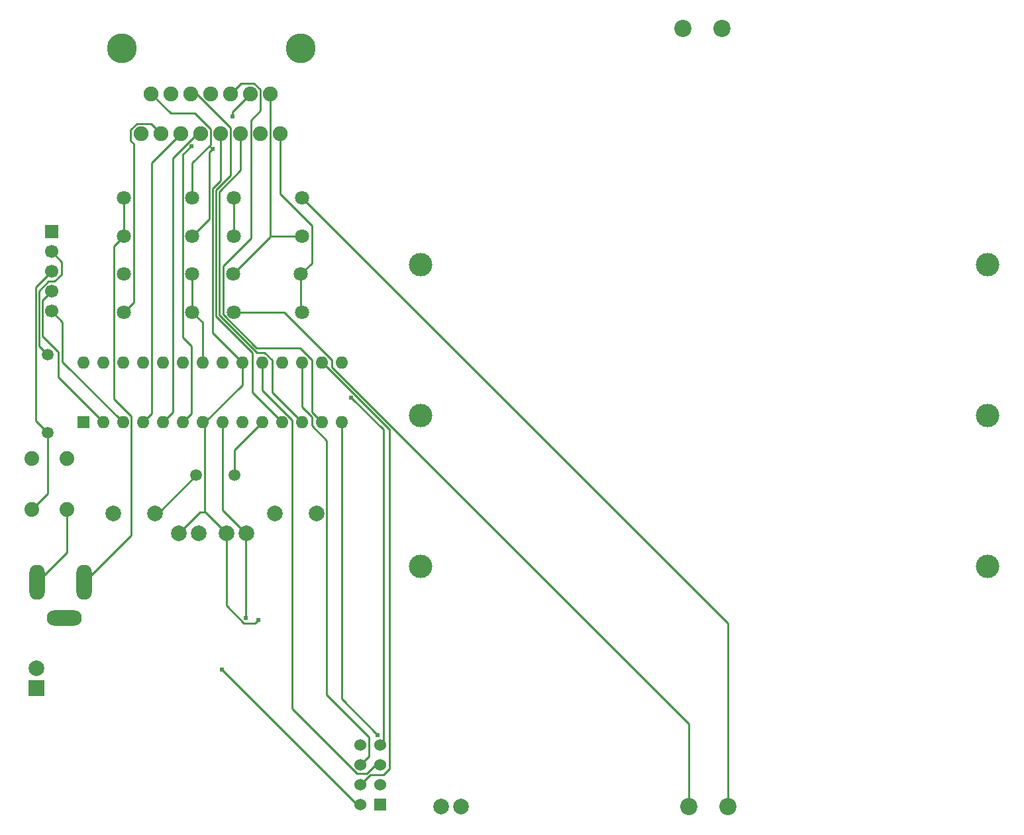
<source format=gbl>
G04 Layer: BottomLayer*
G04 EasyEDA v6.5.23, 2023-06-02 23:10:04*
G04 4089ee163aa04224b388df8e3d9972f5,38d8b063065d407b859bfb9f5f9b4720,10*
G04 Gerber Generator version 0.2*
G04 Scale: 100 percent, Rotated: No, Reflected: No *
G04 Dimensions in millimeters *
G04 leading zeros omitted , absolute positions ,4 integer and 5 decimal *
%FSLAX45Y45*%
%MOMM*%

%ADD10C,0.2540*%
%ADD11C,3.0000*%
%ADD12C,2.0000*%
%ADD13R,2.0000X2.0000*%
%ADD14O,4.499991X1.9999959999999999*%
%ADD15O,1.9999959999999999X4.499991*%
%ADD16C,1.8999*%
%ADD17C,3.8100*%
%ADD18C,1.8000*%
%ADD19C,2.2000*%
%ADD20C,1.5000*%
%ADD21O,1.5999968X1.5999968*%
%ADD22R,1.6000X1.6000*%
%ADD23R,1.5240X1.5240*%
%ADD24C,1.5240*%
%ADD25C,1.8796*%
%ADD26R,1.7000X1.7000*%
%ADD27C,1.7000*%
%ADD28C,0.6100*%
%ADD29C,0.0118*%

%LPD*%
D10*
X1130317Y-12585700D02*
G01*
X1090007Y-12585700D01*
X-637141Y-10858550D01*
X-1143007Y-7693913D02*
G01*
X-1033203Y-7584109D01*
X-1033203Y-6719951D01*
X-1141661Y-6611493D01*
X-1141661Y-4267301D01*
X-1033457Y-4159097D01*
X-275318Y-3489960D02*
G01*
X-504324Y-3718966D01*
X-504324Y-3778605D01*
X-755505Y-4195165D02*
G01*
X-800641Y-4240301D01*
X-800641Y-5091277D01*
X-1019131Y-5309768D01*
X1384317Y-11823700D02*
G01*
X1423332Y-11784685D01*
X1423332Y-7788960D01*
X1009566Y-7375194D01*
X-2618722Y-8808720D02*
G01*
X-2618722Y-9358147D01*
X-3005081Y-9744506D01*
X-336049Y-9118600D02*
G01*
X-336049Y-10201376D01*
X-635007Y-7693913D02*
G01*
X-635007Y-8819642D01*
X-336049Y-9118600D01*
X-336049Y-9118600D02*
G01*
X-330182Y-9118600D01*
X105681Y-3997960D02*
G01*
X105681Y-4772913D01*
X512386Y-5179618D01*
X512386Y-5657291D01*
X371518Y-5798159D01*
X-1019131Y-6286500D02*
G01*
X-1019131Y-5798159D01*
X-889007Y-6931913D02*
G01*
X-889007Y-6416624D01*
X-1019131Y-6286500D01*
X384218Y-6286500D02*
G01*
X371518Y-6273800D01*
X371518Y-5798159D01*
X1353278Y-11699544D02*
G01*
X888992Y-11235258D01*
X888992Y-7693913D01*
X-584182Y-9118600D02*
G01*
X-584182Y-10037673D01*
X-359036Y-10262819D01*
X-213570Y-10262819D01*
X-173134Y-10222382D01*
X-857841Y-8847353D02*
G01*
X-855428Y-8847353D01*
X-584182Y-9118600D01*
X-381007Y-6931913D02*
G01*
X-759747Y-6553174D01*
X-759747Y-4703343D01*
X-656318Y-4599914D01*
X-656318Y-3997960D01*
X-381007Y-6931913D02*
G01*
X-381007Y-7217079D01*
X-857841Y-7693913D01*
X-1193782Y-9118600D02*
G01*
X-922535Y-8847353D01*
X-857841Y-8847353D01*
X-857841Y-7693913D02*
G01*
X-857841Y-8847353D01*
X-857841Y-7693913D02*
G01*
X-889007Y-7693913D01*
X-2819407Y-5511800D02*
G01*
X-2691925Y-5639282D01*
X-2691925Y-5803620D01*
X-2781104Y-5892800D01*
X-2854586Y-5892800D01*
X-2979453Y-6017666D01*
X-2979453Y-6718630D01*
X-2870182Y-6827901D01*
X-1905007Y-7693913D02*
G01*
X-2678005Y-6920915D01*
X-2678005Y-6415201D01*
X-2819407Y-6273800D01*
X-2159007Y-7693913D02*
G01*
X-2733352Y-7119569D01*
X-2733352Y-6793661D01*
X-2934291Y-6592722D01*
X-2934291Y-6134684D01*
X-2819407Y-6019800D01*
X-1889132Y-5309768D02*
G01*
X-2016437Y-5437073D01*
X-2016437Y-7396734D01*
X-1796879Y-7616291D01*
X-1796879Y-9136303D01*
X-2405082Y-9744506D01*
X-1889132Y-4821428D02*
G01*
X-1889132Y-5309768D01*
X-485782Y-5309768D02*
G01*
X-485782Y-4821428D01*
X126992Y-7693913D02*
G01*
X-253956Y-7312964D01*
X-253956Y-6804126D01*
X-718878Y-6339205D01*
X-718878Y-4720285D01*
X-529318Y-4530725D01*
X-529318Y-3926205D01*
X-965563Y-3489960D01*
X-1037318Y-3489960D01*
X-21318Y-5309768D02*
G01*
X-21318Y-3489960D01*
X-498482Y-5798159D02*
G01*
X-21318Y-5320995D01*
X-21318Y-5309768D01*
X-21318Y-5309768D02*
G01*
X384218Y-5309768D01*
X-1889132Y-6286500D02*
G01*
X-1764850Y-6162217D01*
X-1764850Y-4131513D01*
X-1805185Y-4091178D01*
X-1805185Y-3952392D01*
X-1724947Y-3872153D01*
X-1544124Y-3872153D01*
X-1418318Y-3997960D01*
X5825279Y-12611100D02*
G01*
X5825279Y-10262488D01*
X384218Y-4821428D01*
X-1651007Y-7693913D02*
G01*
X-1539857Y-7582763D01*
X-1539857Y-4373498D01*
X-1164318Y-3997960D01*
X-910318Y-3997960D02*
G01*
X-955225Y-3997960D01*
X-1270312Y-4313047D01*
X-1270312Y-7567218D01*
X-1397007Y-7693913D01*
X380992Y-7693913D02*
G01*
X43Y-7312964D01*
X43Y-6899910D01*
X-97696Y-6802170D01*
X-194952Y-6802170D01*
X-678009Y-6319113D01*
X-678009Y-4746320D01*
X-402318Y-4470628D01*
X-402318Y-3997960D01*
X-479712Y-8369300D02*
G01*
X-479712Y-8046618D01*
X-127007Y-7693913D01*
X-3070842Y-8808720D02*
G01*
X-2870182Y-8608060D01*
X-2870182Y-7827898D01*
X-2819407Y-5765800D02*
G01*
X-3020321Y-5966713D01*
X-3020321Y-7677759D01*
X-2870182Y-7827898D01*
X1130317Y-12331700D02*
G01*
X1257317Y-12204700D01*
X1425059Y-12204700D01*
X1499481Y-12130278D01*
X1499481Y-7782179D01*
X649216Y-6931913D01*
X634992Y-6931913D01*
X1130317Y-12077700D02*
G01*
X1236896Y-11971121D01*
X1236896Y-11721541D01*
X699660Y-11184305D01*
X699660Y-7926831D01*
X508043Y-7735214D01*
X508043Y-7625943D01*
X380992Y-7498892D01*
X380992Y-6931913D01*
X1384317Y-12077700D02*
G01*
X1326481Y-12077700D01*
X1215356Y-12188825D01*
X1087061Y-12188825D01*
X253992Y-11355755D01*
X253992Y-7667472D01*
X-127007Y-7286472D01*
X-127007Y-6931913D01*
X-1498582Y-8858250D02*
G01*
X-1456646Y-8858250D01*
X-967696Y-8369300D01*
X634992Y-7693913D02*
G01*
X510532Y-7569454D01*
X510532Y-6894601D01*
X356836Y-6740905D01*
X-198381Y-6740905D01*
X-626498Y-6312788D01*
X-626498Y-5696737D01*
X-271432Y-5341670D01*
X-271432Y-3828414D01*
X-148318Y-3705301D01*
X-148318Y-3436137D01*
X-230106Y-3354349D01*
X-393707Y-3354349D01*
X-529318Y-3489960D01*
X5325280Y-12611100D02*
G01*
X5325280Y-11550167D01*
X762043Y-6986930D01*
X762043Y-6894576D01*
X153967Y-6286500D01*
X-485782Y-6286500D01*
X-1545318Y-3489960D02*
G01*
X-1295458Y-3739819D01*
X-988855Y-3739819D01*
X-787204Y-3941470D01*
X-787204Y-4143959D01*
X-1019131Y-4375886D01*
X-1019131Y-4821428D01*
D11*
G01*
X9149496Y-9537296D03*
G01*
X9149496Y-7607302D03*
G01*
X9149496Y-5677308D03*
G01*
X1899523Y-5677308D03*
G01*
X1899523Y-7607302D03*
G01*
X1899523Y-9537296D03*
D12*
G01*
X-584189Y-9118602D03*
G01*
X-330189Y-9118602D03*
G01*
X-1193789Y-9118602D03*
G01*
X-939789Y-9118602D03*
D13*
G01*
X-3009889Y-11099675D03*
D12*
G01*
X-3009889Y-10845675D03*
G01*
X2161524Y-12611102D03*
G01*
X2415524Y-12611102D03*
D14*
G01*
X-2655102Y-10194495D03*
D15*
G01*
X-3005089Y-9744509D03*
G01*
X-2405090Y-9744509D03*
D16*
G01*
X-1545325Y-3489962D03*
G01*
X-1291325Y-3489962D03*
G01*
X-1037325Y-3489962D03*
G01*
X-783325Y-3489962D03*
G01*
X-529325Y-3489962D03*
G01*
X-275325Y-3489962D03*
G01*
X-21325Y-3489962D03*
G01*
X-1672325Y-3997962D03*
G01*
X-1418325Y-3997962D03*
G01*
X-1164325Y-3997962D03*
G01*
X-910325Y-3997962D03*
G01*
X-656325Y-3997962D03*
G01*
X-402325Y-3997962D03*
G01*
X-148325Y-3997962D03*
G01*
X105674Y-3997962D03*
D17*
G01*
X-1921245Y-2908302D03*
G01*
X364754Y-2908302D03*
D18*
G01*
X-1889140Y-4821430D03*
G01*
X-1019139Y-4821430D03*
G01*
X-485790Y-4821430D03*
G01*
X384210Y-4821430D03*
G01*
X-485790Y-5309770D03*
G01*
X384210Y-5309770D03*
G01*
X-1889140Y-5309770D03*
G01*
X-1019139Y-5309770D03*
G01*
X-1889140Y-5798162D03*
G01*
X-1019139Y-5798162D03*
G01*
X-498490Y-5798162D03*
G01*
X371510Y-5798162D03*
G01*
X-1889140Y-6286502D03*
G01*
X-1019139Y-6286502D03*
G01*
X-485790Y-6286502D03*
G01*
X384210Y-6286502D03*
D19*
G01*
X5325272Y-12611102D03*
G01*
X5825271Y-12611102D03*
G01*
X5749096Y-2654302D03*
G01*
X5249097Y-2654302D03*
D20*
G01*
X-2870189Y-6827903D03*
G01*
X-2870189Y-7827901D03*
D21*
G01*
X-1905015Y-6931916D03*
G01*
X-1651015Y-6931916D03*
G01*
X-1397015Y-6931916D03*
G01*
X-1143015Y-6931916D03*
G01*
X-889015Y-6931916D03*
G01*
X-635015Y-6931916D03*
G01*
X-381015Y-6931916D03*
G01*
X-381015Y-7693916D03*
G01*
X-2159015Y-6931916D03*
G01*
X-2413015Y-6931916D03*
G01*
X-635015Y-7693916D03*
G01*
X-889015Y-7693916D03*
G01*
X-1143015Y-7693916D03*
G01*
X-1397015Y-7693916D03*
G01*
X-1651015Y-7693916D03*
G01*
X-1905015Y-7693916D03*
G01*
X-2159015Y-7693916D03*
D22*
G01*
X-2412989Y-7693916D03*
D21*
G01*
X-127015Y-7693916D03*
G01*
X126984Y-7693916D03*
G01*
X380984Y-7693916D03*
G01*
X634984Y-7693916D03*
G01*
X888984Y-7693916D03*
G01*
X888984Y-6931916D03*
G01*
X634984Y-6931916D03*
G01*
X380984Y-6931916D03*
G01*
X126984Y-6931916D03*
G01*
X-127015Y-6931916D03*
D20*
G01*
X-967704Y-8369302D03*
G01*
X-479719Y-8369302D03*
D23*
G01*
X1384310Y-12585702D03*
D24*
G01*
X1130310Y-12585702D03*
G01*
X1384310Y-12331702D03*
G01*
X1130310Y-12331702D03*
G01*
X1384310Y-12077702D03*
G01*
X1130310Y-12077702D03*
G01*
X1384310Y-11823702D03*
G01*
X1130310Y-11823702D03*
D12*
G01*
X-2031989Y-8858252D03*
G01*
X-1498589Y-8858252D03*
G01*
X38110Y-8864602D03*
G01*
X571510Y-8864602D03*
D25*
G01*
X-2618729Y-8158482D03*
G01*
X-2618729Y-8808722D03*
G01*
X-3070849Y-8158482D03*
G01*
X-3070849Y-8808722D03*
D26*
G01*
X-2819389Y-5257802D03*
D27*
G01*
X-2819415Y-5511802D03*
G01*
X-2819415Y-5765802D03*
G01*
X-2819415Y-6019802D03*
G01*
X-2819415Y-6273802D03*
D28*
G01*
X-637148Y-10858553D03*
G01*
X-1033465Y-4159100D03*
G01*
X-504332Y-3778608D03*
G01*
X-755512Y-4195168D03*
G01*
X1009558Y-7375197D03*
G01*
X-336057Y-10201379D03*
G01*
X1353271Y-11699547D03*
G01*
X-173141Y-10222384D03*
M02*

</source>
